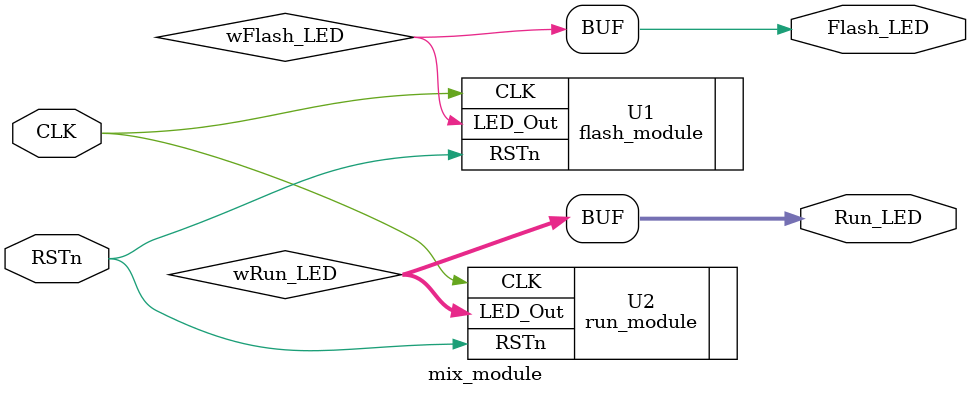
<source format=v>
 `timescale 1ns / 1ps
 
 module mix_module(
    input CLK,
    input RSTn,
    output Flash_LED,
    output [2:0]Run_LED
 );

    wire wFlash_LED;        //×¢ÒâÕâÀïµÄÊä³öwire
    flash_module U1(
        .CLK(CLK),
        .RSTn(RSTn),
        .LED_Out(wFlash_LED)
    );

    wire [2:0]wRun_LED;
    run_module U2(
        .CLK(CLK),
        .RSTn(RSTn),
        .LED_Out(wRun_LED)
    );

    assign Flash_LED = wFlash_LED;
    assign Run_LED = wRun_LED;

endmodule
</source>
